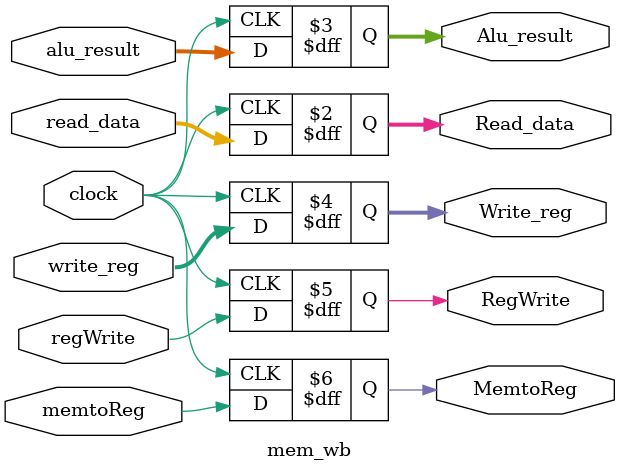
<source format=v>
module mem_wb (
	input clock,
	//Data for later
	input wire [63:0] read_data,
	input wire [63:0] alu_result,
	input wire [4:0] write_reg,
	//WB
	input wire regWrite,
	input wire memtoReg,

	//Outputs
	output reg [63:0] Read_data,
	output reg [63:0] Alu_result,
	output reg [4:0] Write_reg,
	//WB
	output reg RegWrite,
	output reg MemtoReg

);

always @(posedge(clock)) begin

	Read_data = read_data;
	Alu_result = alu_result;
	Write_reg = write_reg;
	RegWrite = regWrite;
	MemtoReg = memtoReg;

end

endmodule
</source>
